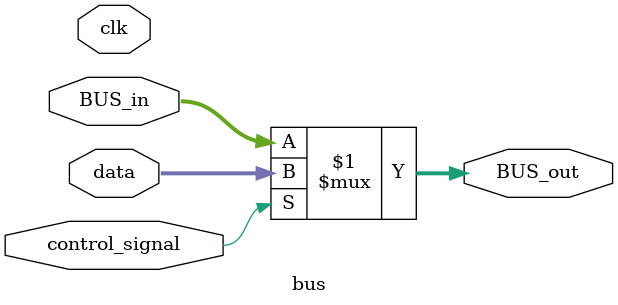
<source format=v>
/*module bus(BUS_in, control_signals, clk, PC_BUS_out, RAM_BUS_out, IR_BUS_out, A_BUS_out, ALU_BUS_out, BUS_out);

input [7:0] BUS_in;
input [14:0] control_signals;
input clk;
input[7:0] PC_BUS_out, RAM_BUS_out, IR_BUS_out, A_BUS_out, ALU_BUS_out;
output [7:0] BUS_out;

//control_signals[3] // RO - RAM out
//control_signals[4] // IO - instruction register out
//control_signals[7] // AO - A register out
//control_signals[8] // EO - ALU out
//control_signals[13] // CO - program counter out

wire [7:0] BUS_select;
assign BUS_select =     (control_signals[3]) ? RAM_BUS_out : 
                        (control_signals[4]) ? IR_BUS_out :
                        (control_signals[7]) ? A_BUS_out :
                        (control_signals[8]) ? ALU_BUS_out :
                        (control_signals[9]) ? PC_BUS_out : BUS_in;

wire [4:0] active_signals = {control_signals[3], control_signals[4], control_signals[7], control_signals[8], control_signals[13]};
always @(active_signals) begin
    if (active_signals > 1) $display("Error: Multiple bus drivers active!");
end

assign BUS_out = BUS_in;


endmodule*/

module bus (BUS_in, control_signal, clk, data, BUS_out);
input [7:0] BUS_in, data;
input control_signal, clk;
output [7:0] BUS_out;

assign BUS_out = control_signal ? data : BUS_in;

endmodule
</source>
